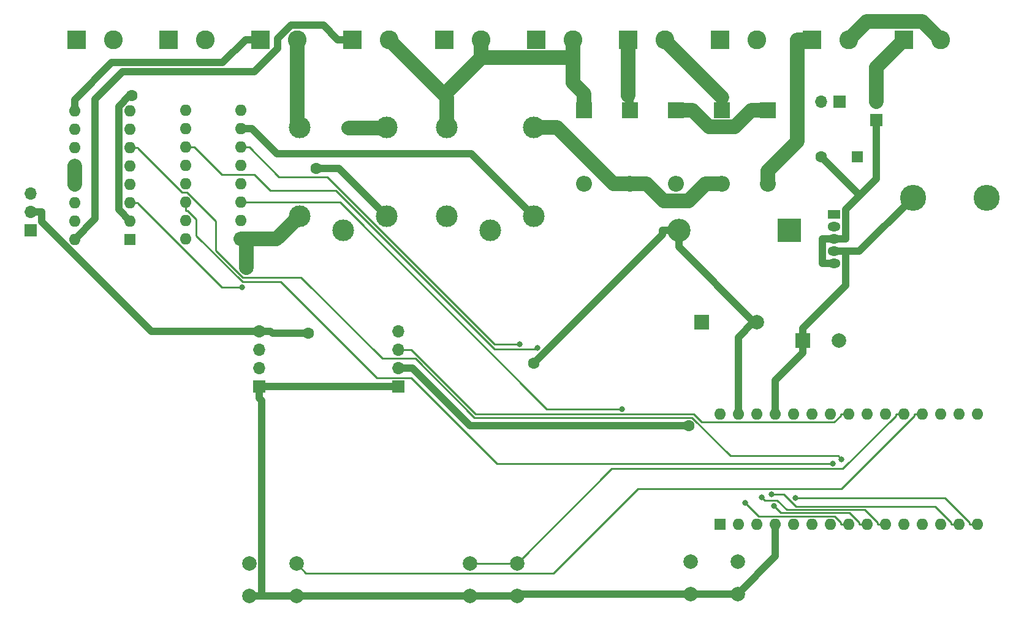
<source format=gtl>
G04 #@! TF.GenerationSoftware,KiCad,Pcbnew,7.0.8*
G04 #@! TF.CreationDate,2023-10-01T08:10:13+02:00*
G04 #@! TF.ProjectId,openautolab,6f70656e-6175-4746-9f6c-61622e6b6963,rev?*
G04 #@! TF.SameCoordinates,Original*
G04 #@! TF.FileFunction,Copper,L1,Top*
G04 #@! TF.FilePolarity,Positive*
%FSLAX46Y46*%
G04 Gerber Fmt 4.6, Leading zero omitted, Abs format (unit mm)*
G04 Created by KiCad (PCBNEW 7.0.8) date 2023-10-01 08:10:13*
%MOMM*%
%LPD*%
G01*
G04 APERTURE LIST*
G04 #@! TA.AperFunction,ComponentPad*
%ADD10R,2.600000X2.600000*%
G04 #@! TD*
G04 #@! TA.AperFunction,ComponentPad*
%ADD11C,2.600000*%
G04 #@! TD*
G04 #@! TA.AperFunction,ComponentPad*
%ADD12R,1.700000X1.700000*%
G04 #@! TD*
G04 #@! TA.AperFunction,ComponentPad*
%ADD13O,1.700000X1.700000*%
G04 #@! TD*
G04 #@! TA.AperFunction,ComponentPad*
%ADD14R,1.600000X1.600000*%
G04 #@! TD*
G04 #@! TA.AperFunction,ComponentPad*
%ADD15C,1.600000*%
G04 #@! TD*
G04 #@! TA.AperFunction,ComponentPad*
%ADD16R,1.800000X1.275000*%
G04 #@! TD*
G04 #@! TA.AperFunction,ComponentPad*
%ADD17O,1.800000X1.275000*%
G04 #@! TD*
G04 #@! TA.AperFunction,ComponentPad*
%ADD18R,3.200000X3.200000*%
G04 #@! TD*
G04 #@! TA.AperFunction,ComponentPad*
%ADD19O,3.200000X3.200000*%
G04 #@! TD*
G04 #@! TA.AperFunction,ComponentPad*
%ADD20R,2.200000X2.200000*%
G04 #@! TD*
G04 #@! TA.AperFunction,ComponentPad*
%ADD21O,2.200000X2.200000*%
G04 #@! TD*
G04 #@! TA.AperFunction,ComponentPad*
%ADD22R,2.000000X2.000000*%
G04 #@! TD*
G04 #@! TA.AperFunction,ComponentPad*
%ADD23C,2.000000*%
G04 #@! TD*
G04 #@! TA.AperFunction,ComponentPad*
%ADD24C,3.000000*%
G04 #@! TD*
G04 #@! TA.AperFunction,ComponentPad*
%ADD25O,1.600000X1.600000*%
G04 #@! TD*
G04 #@! TA.AperFunction,ComponentPad*
%ADD26C,3.600000*%
G04 #@! TD*
G04 #@! TA.AperFunction,ViaPad*
%ADD27C,0.800000*%
G04 #@! TD*
G04 #@! TA.AperFunction,ViaPad*
%ADD28C,1.600000*%
G04 #@! TD*
G04 #@! TA.AperFunction,ViaPad*
%ADD29C,2.000000*%
G04 #@! TD*
G04 #@! TA.AperFunction,Conductor*
%ADD30C,0.250000*%
G04 #@! TD*
G04 #@! TA.AperFunction,Conductor*
%ADD31C,1.000000*%
G04 #@! TD*
G04 #@! TA.AperFunction,Conductor*
%ADD32C,2.000000*%
G04 #@! TD*
G04 APERTURE END LIST*
D10*
X161285000Y-44760000D03*
D11*
X166365000Y-44760000D03*
D12*
X72250000Y-92715000D03*
D13*
X72250000Y-90175000D03*
X72250000Y-87635000D03*
X72250000Y-85095000D03*
D14*
X154860000Y-60960000D03*
D15*
X149860000Y-60960000D03*
D12*
X157480000Y-55880000D03*
D13*
X157480000Y-53340000D03*
D16*
X151660000Y-68887000D03*
D17*
X151660000Y-70587000D03*
X151660000Y-72287000D03*
X151660000Y-73987000D03*
X151660000Y-75687000D03*
D18*
X145445000Y-71120000D03*
D19*
X130205000Y-71120000D03*
D12*
X152400000Y-53340000D03*
D13*
X149860000Y-53340000D03*
D10*
X59685000Y-44750000D03*
D11*
X64765000Y-44750000D03*
D10*
X85085000Y-44760000D03*
D11*
X90165000Y-44760000D03*
D10*
X46985000Y-44750000D03*
D11*
X52065000Y-44750000D03*
D20*
X142520000Y-54530000D03*
D21*
X142520000Y-64690000D03*
D20*
X123470000Y-54530000D03*
D21*
X123470000Y-64690000D03*
D10*
X97790000Y-44760000D03*
D11*
X102870000Y-44760000D03*
D22*
X147320000Y-86360000D03*
D23*
X152320000Y-86360000D03*
D24*
X83820000Y-71120000D03*
X77820000Y-56920000D03*
X89820000Y-56920000D03*
X89820000Y-69120000D03*
X77820000Y-69120000D03*
D12*
X40640000Y-71120000D03*
D13*
X40640000Y-68580000D03*
X40640000Y-66040000D03*
D22*
X133360000Y-83820000D03*
D23*
X140960000Y-83820000D03*
D20*
X117120000Y-54530000D03*
D21*
X117120000Y-64690000D03*
D14*
X54360000Y-72345000D03*
D25*
X54360000Y-69805000D03*
X54360000Y-67265000D03*
X54360000Y-64725000D03*
X54360000Y-62185000D03*
X54360000Y-59645000D03*
X54360000Y-57105000D03*
X54360000Y-54565000D03*
X46740000Y-54565000D03*
X46740000Y-57105000D03*
X46740000Y-59645000D03*
X46740000Y-62185000D03*
X46740000Y-64725000D03*
X46740000Y-67265000D03*
X46740000Y-69805000D03*
X46740000Y-72345000D03*
D23*
X70870000Y-117165600D03*
X77370000Y-117165600D03*
X70870000Y-121665600D03*
X77370000Y-121665600D03*
D20*
X136170000Y-54530000D03*
D21*
X136170000Y-64690000D03*
D24*
X104140000Y-71120000D03*
X98140000Y-56920000D03*
X110140000Y-56920000D03*
X110140000Y-69120000D03*
X98140000Y-69120000D03*
D10*
X135885000Y-44760000D03*
D11*
X140965000Y-44760000D03*
D26*
X172720000Y-66579700D03*
X162560000Y-66579700D03*
D20*
X129820000Y-54530000D03*
D21*
X129820000Y-64690000D03*
D10*
X110485000Y-44760000D03*
D11*
X115565000Y-44760000D03*
D23*
X131830000Y-116870600D03*
X138330000Y-116870600D03*
X131830000Y-121370600D03*
X138330000Y-121370600D03*
D12*
X91415000Y-92700000D03*
D13*
X91415000Y-90160000D03*
X91415000Y-87620000D03*
X91415000Y-85080000D03*
D14*
X69720000Y-72330000D03*
D25*
X69720000Y-69790000D03*
X69720000Y-67250000D03*
X69720000Y-64710000D03*
X69720000Y-62170000D03*
X69720000Y-59630000D03*
X69720000Y-57090000D03*
X69720000Y-54550000D03*
X62100000Y-54550000D03*
X62100000Y-57090000D03*
X62100000Y-59630000D03*
X62100000Y-62170000D03*
X62100000Y-64710000D03*
X62100000Y-67250000D03*
X62100000Y-69790000D03*
X62100000Y-72330000D03*
D10*
X123190000Y-44760000D03*
D11*
X128270000Y-44760000D03*
D10*
X72385000Y-44760000D03*
D11*
X77465000Y-44760000D03*
D14*
X135890000Y-111750000D03*
D25*
X138430000Y-111750000D03*
X140970000Y-111750000D03*
X143510000Y-111750000D03*
X146050000Y-111750000D03*
X148590000Y-111750000D03*
X151130000Y-111750000D03*
X153670000Y-111750000D03*
X156210000Y-111750000D03*
X158750000Y-111750000D03*
X161290000Y-111750000D03*
X163830000Y-111750000D03*
X166370000Y-111750000D03*
X168910000Y-111750000D03*
X171450000Y-111750000D03*
X171450000Y-96510000D03*
X168910000Y-96510000D03*
X166370000Y-96510000D03*
X163830000Y-96510000D03*
X161290000Y-96510000D03*
X158750000Y-96510000D03*
X156210000Y-96510000D03*
X153670000Y-96510000D03*
X151130000Y-96510000D03*
X148590000Y-96510000D03*
X146050000Y-96510000D03*
X143510000Y-96510000D03*
X140970000Y-96510000D03*
X138430000Y-96510000D03*
X135890000Y-96510000D03*
D23*
X101350000Y-117165600D03*
X107850000Y-117165600D03*
X101350000Y-121665600D03*
X107850000Y-121665600D03*
D10*
X148585000Y-44760000D03*
D11*
X153665000Y-44760000D03*
D27*
X139358800Y-108752700D03*
X108197700Y-86847100D03*
X143335100Y-109197400D03*
X110706000Y-87376700D03*
X122354000Y-95824200D03*
X141694300Y-107991700D03*
X151440800Y-103355000D03*
X152686600Y-102752200D03*
X142999800Y-107560600D03*
X69861400Y-78964600D03*
X146334800Y-108099100D03*
D28*
X110175500Y-89456500D03*
X54594700Y-52499100D03*
X79045300Y-85365100D03*
X131580800Y-98124600D03*
X80087100Y-62518300D03*
D29*
X70487500Y-76291800D03*
X84563000Y-56943500D03*
D30*
X141231000Y-110624900D02*
X151701200Y-110624900D01*
X104748900Y-86847100D02*
X108197700Y-86847100D01*
X70845100Y-59630000D02*
X74933100Y-63718000D01*
X69720000Y-59630000D02*
X70845100Y-59630000D01*
X81619800Y-63718000D02*
X104748900Y-86847100D01*
X152544900Y-111468600D02*
X152544900Y-111750000D01*
X74933100Y-63718000D02*
X81619800Y-63718000D01*
X151701200Y-110624900D02*
X152544900Y-111468600D01*
X139358800Y-108752700D02*
X141231000Y-110624900D01*
X153670000Y-111750000D02*
X152544900Y-111750000D01*
X63225100Y-59630000D02*
X67035100Y-63440000D01*
X143335100Y-109197400D02*
X144312400Y-110174700D01*
X144312400Y-110174700D02*
X153790900Y-110174700D01*
X110510500Y-87572200D02*
X110706000Y-87376700D01*
X62100000Y-59630000D02*
X63225100Y-59630000D01*
X82831600Y-65643200D02*
X104760600Y-87572200D01*
X67035100Y-63440000D02*
X71561100Y-63440000D01*
X73764300Y-65643200D02*
X82831600Y-65643200D01*
X71561100Y-63440000D02*
X73764300Y-65643200D01*
X156210000Y-111750000D02*
X155084900Y-111750000D01*
X155084900Y-111468700D02*
X155084900Y-111750000D01*
X104760600Y-87572200D02*
X110510500Y-87572200D01*
X153790900Y-110174700D02*
X155084900Y-111468700D01*
X158750000Y-111750000D02*
X157624900Y-111750000D01*
X157624900Y-111468700D02*
X157624900Y-111750000D01*
X69720000Y-67250000D02*
X83391700Y-67250000D01*
X145096200Y-109724500D02*
X155880700Y-109724500D01*
X142123100Y-108420500D02*
X143792200Y-108420500D01*
X141694300Y-107991700D02*
X142123100Y-108420500D01*
X111965900Y-95824200D02*
X122354000Y-95824200D01*
X143792200Y-108420500D02*
X145096200Y-109724500D01*
X155880700Y-109724500D02*
X157624900Y-111468700D01*
X83391700Y-67250000D02*
X111965900Y-95824200D01*
X62100000Y-67250000D02*
X62100000Y-68375100D01*
X63514800Y-69556800D02*
X62333100Y-68375100D01*
X105080300Y-103355000D02*
X93250100Y-91524800D01*
X63514800Y-71842100D02*
X63514800Y-69556800D01*
X88487200Y-91524800D02*
X75201800Y-78239400D01*
X62333100Y-68375100D02*
X62100000Y-68375100D01*
X93250100Y-91524800D02*
X88487200Y-91524800D01*
X75201800Y-78239400D02*
X69912100Y-78239400D01*
X69912100Y-78239400D02*
X63514800Y-71842100D01*
X151440800Y-103355000D02*
X105080300Y-103355000D01*
X66242600Y-73920900D02*
X66242600Y-69801500D01*
X61534700Y-65835200D02*
X55485100Y-59785600D01*
X89236500Y-88838300D02*
X78015200Y-77617000D01*
X69938700Y-77617000D02*
X66242600Y-73920900D01*
X78015200Y-77617000D02*
X69938700Y-77617000D01*
X62276300Y-65835200D02*
X61534700Y-65835200D01*
X93808400Y-88838300D02*
X89236500Y-88838300D01*
X66242600Y-69801500D02*
X62276300Y-65835200D01*
X101969600Y-96999500D02*
X93808400Y-88838300D01*
X132046800Y-96999500D02*
X101969600Y-96999500D01*
X54360000Y-59645000D02*
X55485100Y-59645000D01*
X152236500Y-102302100D02*
X137349400Y-102302100D01*
X152686600Y-102752200D02*
X152236500Y-102302100D01*
X137349400Y-102302100D02*
X132046800Y-96999500D01*
X55485100Y-59785600D02*
X55485100Y-59645000D01*
X165590500Y-109274300D02*
X146397500Y-109274300D01*
X67068100Y-78964600D02*
X55485100Y-67381600D01*
X54360000Y-67265000D02*
X55485100Y-67265000D01*
X167784900Y-111468700D02*
X165590500Y-109274300D01*
X168910000Y-111750000D02*
X167784900Y-111750000D01*
X146397500Y-109274300D02*
X144683800Y-107560600D01*
X167784900Y-111750000D02*
X167784900Y-111468700D01*
X69861400Y-78964600D02*
X67068100Y-78964600D01*
X144683800Y-107560600D02*
X142999800Y-107560600D01*
X55485100Y-67381600D02*
X55485100Y-67265000D01*
X170324900Y-111468700D02*
X166955300Y-108099100D01*
X170324900Y-111750000D02*
X170324900Y-111468700D01*
X171450000Y-111750000D02*
X170324900Y-111750000D01*
X166955300Y-108099100D02*
X146334800Y-108099100D01*
X162704900Y-96791300D02*
X152660700Y-106835500D01*
X112874000Y-118501500D02*
X78705900Y-118501500D01*
X124540000Y-106835500D02*
X112874000Y-118501500D01*
X163830000Y-96510000D02*
X162704900Y-96510000D01*
X162704900Y-96510000D02*
X162704900Y-96791300D01*
X152660700Y-106835500D02*
X124540000Y-106835500D01*
X78705900Y-118501500D02*
X77370000Y-117165600D01*
X160164900Y-96730900D02*
X160164900Y-96510000D01*
X161290000Y-96510000D02*
X160164900Y-96510000D01*
X101350000Y-117165600D02*
X107850000Y-117165600D01*
X152815700Y-104080100D02*
X160164900Y-96730900D01*
X120935500Y-104080100D02*
X152815700Y-104080100D01*
X107850000Y-117165600D02*
X120935500Y-104080100D01*
X153670000Y-96510000D02*
X152544900Y-96510000D01*
X133326900Y-97642900D02*
X132233400Y-96549400D01*
X152544900Y-96510000D02*
X152544900Y-96791300D01*
X152544900Y-96791300D02*
X151693300Y-97642900D01*
X132233400Y-96549400D02*
X102156200Y-96549400D01*
X91415000Y-87620000D02*
X92590100Y-87620000D01*
X151693300Y-97642900D02*
X133326900Y-97642900D01*
X93226800Y-87620000D02*
X92590100Y-87620000D01*
X102156200Y-96549400D02*
X93226800Y-87620000D01*
D31*
X128270000Y-44760000D02*
X128270000Y-44829900D01*
X136170000Y-54530000D02*
X136170000Y-52729900D01*
D32*
X128270000Y-44829900D02*
X136170000Y-52729900D01*
D31*
X123470000Y-54530000D02*
X123470000Y-52729900D01*
D32*
X123190000Y-44760000D02*
X123190000Y-52449900D01*
D31*
X123190000Y-52449900D02*
X123470000Y-52729900D01*
X138330000Y-121370600D02*
X143510000Y-116190600D01*
X72600600Y-94615700D02*
X72250000Y-94265100D01*
X72600600Y-121665600D02*
X70870000Y-121665600D01*
X140515000Y-83820000D02*
X140515000Y-83730100D01*
X138430000Y-96510000D02*
X138430000Y-95009900D01*
X143510000Y-116190600D02*
X143510000Y-111750000D01*
X127904900Y-71733600D02*
X127904900Y-71120000D01*
X153260100Y-72287000D02*
X153260100Y-68227500D01*
X140960000Y-83820000D02*
X140515000Y-83820000D01*
X131830000Y-121370600D02*
X138330000Y-121370600D01*
X151660000Y-72287000D02*
X153260100Y-72287000D01*
X151462800Y-72287000D02*
X151660000Y-72287000D01*
X151660000Y-75687000D02*
X150059900Y-75687000D01*
X157480000Y-64007600D02*
X157480000Y-55880000D01*
X89864900Y-92700000D02*
X89849900Y-92715000D01*
X72250000Y-92715000D02*
X72250000Y-94265100D01*
X72600600Y-121665600D02*
X72600600Y-94615700D01*
X140515000Y-83730100D02*
X130205000Y-73420100D01*
X91415000Y-92700000D02*
X89864900Y-92700000D01*
X130205000Y-71120000D02*
X127904900Y-71120000D01*
X155193800Y-66293800D02*
X157480000Y-64007600D01*
X110182000Y-89456500D02*
X127904900Y-71733600D01*
X149860000Y-60960000D02*
X155193800Y-66293800D01*
X153260100Y-68227500D02*
X155193800Y-66293800D01*
X107850000Y-121665600D02*
X101350000Y-121665600D01*
X151462800Y-72287000D02*
X150059900Y-72287000D01*
X138430000Y-85905000D02*
X138430000Y-95009900D01*
X150059900Y-72287000D02*
X150059900Y-75687000D01*
X130205000Y-71120000D02*
X130205000Y-73420100D01*
X89849900Y-92715000D02*
X72250000Y-92715000D01*
X131830000Y-121370600D02*
X108145000Y-121370600D01*
X101350000Y-121665600D02*
X77370000Y-121665600D01*
X77370000Y-121665600D02*
X72600600Y-121665600D01*
X108145000Y-121370600D02*
X107850000Y-121665600D01*
X140515000Y-83820000D02*
X138430000Y-85905000D01*
X110175500Y-89456500D02*
X110182000Y-89456500D01*
D32*
X142520000Y-63789900D02*
X142520000Y-62889900D01*
X146584900Y-44760000D02*
X146584900Y-58825000D01*
X148585000Y-44760000D02*
X146584900Y-44760000D01*
X146584900Y-58825000D02*
X142520000Y-62889900D01*
X142520000Y-64690000D02*
X142520000Y-63789900D01*
D31*
X52822700Y-68267700D02*
X52822700Y-53963000D01*
X52822700Y-53963000D02*
X54286600Y-52499100D01*
X54360000Y-69805000D02*
X52822700Y-68267700D01*
X54286600Y-52499100D02*
X54594700Y-52499100D01*
X46740000Y-54565000D02*
X46740000Y-53064900D01*
X51854500Y-47950400D02*
X46740000Y-53064900D01*
X67194500Y-47950400D02*
X51854500Y-47950400D01*
X72385000Y-44760000D02*
X70384900Y-44760000D01*
X70384900Y-44760000D02*
X67194500Y-47950400D01*
X49545600Y-53026400D02*
X53375400Y-49196600D01*
X49545600Y-69539400D02*
X49545600Y-53026400D01*
X76604500Y-42759900D02*
X81084800Y-42759900D01*
X46740000Y-72345000D02*
X49545600Y-69539400D01*
X74785200Y-44579200D02*
X76604500Y-42759900D01*
X81084800Y-42759900D02*
X83084900Y-44760000D01*
X85085000Y-44760000D02*
X83084900Y-44760000D01*
X53375400Y-49196600D02*
X71556400Y-49196600D01*
X71556400Y-49196600D02*
X74785200Y-45967800D01*
X74785200Y-45967800D02*
X74785200Y-44579200D01*
X143510000Y-96510000D02*
X143510000Y-91870100D01*
X131580800Y-98124600D02*
X101358300Y-98124600D01*
X72250000Y-85095000D02*
X73800100Y-85095000D01*
X153260200Y-78719700D02*
X153260200Y-73987000D01*
X147320000Y-86360000D02*
X147320000Y-88060100D01*
X147320000Y-86360000D02*
X147320000Y-84659900D01*
X73800100Y-85095000D02*
X74070200Y-85365100D01*
X143510000Y-91870100D02*
X147320000Y-88060100D01*
X101358300Y-98124600D02*
X93393700Y-90160000D01*
X74070200Y-85365100D02*
X79045300Y-85365100D01*
X93393700Y-90160000D02*
X91415000Y-90160000D01*
X42190100Y-69936400D02*
X57348700Y-85095000D01*
X57348700Y-85095000D02*
X72250000Y-85095000D01*
X40640000Y-68580000D02*
X42190100Y-68580000D01*
X153260200Y-73987000D02*
X151660000Y-73987000D01*
X155152700Y-73987000D02*
X153260200Y-73987000D01*
X147320000Y-84659900D02*
X153260200Y-78719700D01*
X42190100Y-68580000D02*
X42190100Y-69936400D01*
X162560000Y-66579700D02*
X155152700Y-73987000D01*
X83218300Y-62518300D02*
X80087100Y-62518300D01*
X89820000Y-69120000D02*
X83218300Y-62518300D01*
D32*
X129820000Y-54530000D02*
X132120100Y-54530000D01*
X132120100Y-54530000D02*
X134420200Y-56830100D01*
X70487500Y-72330000D02*
X70487500Y-76291800D01*
X74610000Y-72330000D02*
X70487500Y-72330000D01*
X77465000Y-56565000D02*
X77820000Y-56920000D01*
X98140000Y-56920000D02*
X98140000Y-52735000D01*
X70487500Y-72330000D02*
X69720000Y-72330000D01*
X115565000Y-47260200D02*
X115565000Y-44760000D01*
X142520000Y-54530000D02*
X140219900Y-54530000D01*
X97767600Y-52362600D02*
X102870000Y-47260200D01*
X98140000Y-52735000D02*
X97767600Y-52362600D01*
X117120000Y-52229900D02*
X115565000Y-50674900D01*
X153665000Y-44760000D02*
X156165200Y-42259800D01*
X156165200Y-42259800D02*
X163864800Y-42259800D01*
X102870000Y-47260200D02*
X102870000Y-44760000D01*
X134420200Y-56830100D02*
X137919800Y-56830100D01*
X117120000Y-54530000D02*
X117120000Y-52229900D01*
X77465000Y-44760000D02*
X77465000Y-56565000D01*
X163864800Y-42259800D02*
X166365000Y-44760000D01*
X102870000Y-47260200D02*
X115565000Y-47260200D01*
X115565000Y-50674900D02*
X115565000Y-47260200D01*
X137919800Y-56830100D02*
X140219900Y-54530000D01*
X77820000Y-69120000D02*
X74610000Y-72330000D01*
X97767600Y-52362600D02*
X90165000Y-44760000D01*
D31*
X74648400Y-60518300D02*
X101538300Y-60518300D01*
X71220100Y-57090000D02*
X74648400Y-60518300D01*
X69720000Y-57090000D02*
X71220100Y-57090000D01*
X101538300Y-60518300D02*
X110140000Y-69120000D01*
D32*
X131553500Y-67006400D02*
X128086500Y-67006400D01*
X123470000Y-64690000D02*
X121169900Y-64690000D01*
X113399900Y-56920000D02*
X121169900Y-64690000D01*
X128086500Y-67006400D02*
X125770100Y-64690000D01*
X110140000Y-56920000D02*
X113399900Y-56920000D01*
X46740000Y-64725000D02*
X46740000Y-62185000D01*
X136170000Y-64690000D02*
X133869900Y-64690000D01*
X123470000Y-64690000D02*
X125770100Y-64690000D01*
X133869900Y-64690000D02*
X131553500Y-67006400D01*
X84563000Y-56943500D02*
X89796500Y-56943500D01*
X157480000Y-48565000D02*
X161285000Y-44760000D01*
X89796500Y-56943500D02*
X89820000Y-56920000D01*
X157480000Y-53340000D02*
X157480000Y-48565000D01*
M02*

</source>
